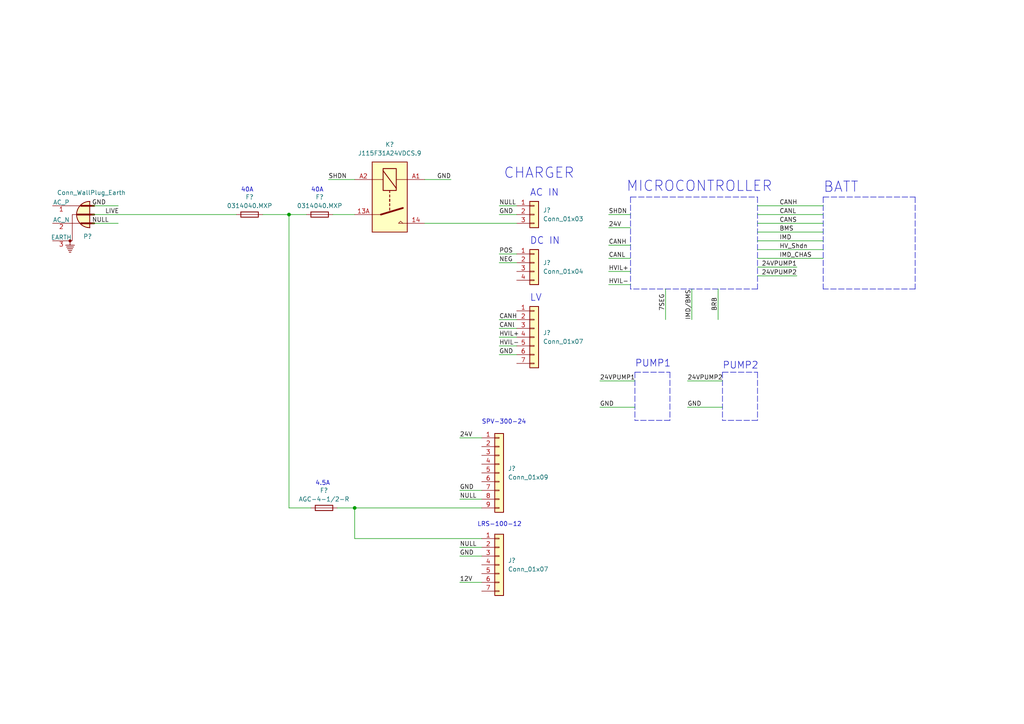
<source format=kicad_sch>
(kicad_sch (version 20211123) (generator eeschema)
  (paper "A4")
  (lib_symbols
    (symbol "Connector:Conn_WallPlug_Earth" (pin_names (offset 0))
      (property "Reference" "P" (at 0 3.81 0))
      (property "Value" "Conn_WallPlug_Earth" (at -5.08 0 90))
      (symbol "Conn_WallPlug_Earth_0_1"
        (arc (start -3.175 -3.81) (mid 0.635 0) (end -3.175 3.81) (stroke (width 0.254)) (fill (type background)))
        (polyline (pts (xy -4.445 -2.54) (xy -0.635 -2.54)) (stroke (width 0.508)))
        (polyline (pts (xy -4.445 0) (xy 0.508 0)) (stroke (width 0.508)))
        (polyline (pts (xy -4.445 2.54) (xy -0.635 2.54)) (stroke (width 0.508)))
        (polyline (pts (xy -3.175 -3.81) (xy -3.175 3.81)) (stroke (width 0.254)))
        (polyline (pts (xy -0.635 -2.54) (xy 2.54 -2.54)))
        (polyline (pts (xy -0.635 2.54) (xy 2.54 2.54)))
        (polyline (pts (xy 1.524 -9.398) (xy 3.556 -9.398)) (stroke (width 0.2032)))
        (polyline (pts (xy 1.778 -9.906) (xy 3.302 -9.906)) (stroke (width 0.2032)))
        (polyline (pts (xy 2.032 -10.414) (xy 3.048 -10.414)) (stroke (width 0.2032)))
        (polyline (pts (xy 2.286 -10.922) (xy 2.794 -10.922)) (stroke (width 0.2032)))
        (polyline (pts (xy 2.54 -7.62) (xy 2.54 -8.89)) (stroke (width 0.2032)))
        (polyline (pts (xy 3.81 -8.89) (xy 1.27 -8.89)) (stroke (width 0.2032)))
        (polyline (pts (xy 2.54 -7.62) (xy 1.905 -7.62) (xy 1.905 0) (xy -4.445 0)))
        (circle (center 2.54 -7.62) (radius 0.3556) (fill (type outline)))
      )
      (symbol "Conn_WallPlug_Earth_1_1"
        (pin power_out line (at 7.62 2.54 180) (length 5.08) (name "AC_P") (number "1"))
        (pin power_out line (at 7.62 -2.54 180) (length 5.08) (name "AC_N") (number "2"))
        (pin passive line (at 7.62 -7.62 180) (length 5.08) (name "EARTH") (number "3"))
      )
    )
    (symbol "Connector_Generic:Conn_01x03" (pin_names (offset 1.016) hide)
      (property "Reference" "J" (at 0 5.08 0))
      (property "Value" "Conn_01x03" (at 0 -5.08 0))
      (symbol "Conn_01x03_1_1"
        (rectangle (start -1.27 -2.413) (end 0 -2.667) (stroke (width 0.1524)))
        (rectangle (start -1.27 0.127) (end 0 -0.127) (stroke (width 0.1524)))
        (rectangle (start -1.27 2.667) (end 0 2.413) (stroke (width 0.1524)))
        (rectangle (start -1.27 3.81) (end 1.27 -3.81) (stroke (width 0.254)) (fill (type background)))
        (pin passive line (at -5.08 2.54 0) (length 3.81) (name "Pin_1") (number "1"))
        (pin passive line (at -5.08 0 0) (length 3.81) (name "Pin_2") (number "2"))
        (pin passive line (at -5.08 -2.54 0) (length 3.81) (name "Pin_3") (number "3"))
      )
    )
    (symbol "Connector_Generic:Conn_01x04" (pin_names (offset 1.016) hide)
      (property "Reference" "J" (at 0 5.08 0))
      (property "Value" "Conn_01x04" (at 0 -7.62 0))
      (symbol "Conn_01x04_1_1"
        (rectangle (start -1.27 -4.953) (end 0 -5.207) (stroke (width 0.1524)))
        (rectangle (start -1.27 -2.413) (end 0 -2.667) (stroke (width 0.1524)))
        (rectangle (start -1.27 0.127) (end 0 -0.127) (stroke (width 0.1524)))
        (rectangle (start -1.27 2.667) (end 0 2.413) (stroke (width 0.1524)))
        (rectangle (start -1.27 3.81) (end 1.27 -6.35) (stroke (width 0.254)) (fill (type background)))
        (pin passive line (at -5.08 2.54 0) (length 3.81) (name "Pin_1") (number "1"))
        (pin passive line (at -5.08 0 0) (length 3.81) (name "Pin_2") (number "2"))
        (pin passive line (at -5.08 -2.54 0) (length 3.81) (name "Pin_3") (number "3"))
        (pin passive line (at -5.08 -5.08 0) (length 3.81) (name "Pin_4") (number "4"))
      )
    )
    (symbol "Connector_Generic:Conn_01x07" (pin_names (offset 1.016) hide)
      (property "Reference" "J" (at 0 10.16 0))
      (property "Value" "Conn_01x07" (at 0 -10.16 0))
      (symbol "Conn_01x07_1_1"
        (rectangle (start -1.27 -7.493) (end 0 -7.747) (stroke (width 0.1524)))
        (rectangle (start -1.27 -4.953) (end 0 -5.207) (stroke (width 0.1524)))
        (rectangle (start -1.27 -2.413) (end 0 -2.667) (stroke (width 0.1524)))
        (rectangle (start -1.27 0.127) (end 0 -0.127) (stroke (width 0.1524)))
        (rectangle (start -1.27 2.667) (end 0 2.413) (stroke (width 0.1524)))
        (rectangle (start -1.27 5.207) (end 0 4.953) (stroke (width 0.1524)))
        (rectangle (start -1.27 7.747) (end 0 7.493) (stroke (width 0.1524)))
        (rectangle (start -1.27 8.89) (end 1.27 -8.89) (stroke (width 0.254)) (fill (type background)))
        (pin passive line (at -5.08 7.62 0) (length 3.81) (name "Pin_1") (number "1"))
        (pin passive line (at -5.08 5.08 0) (length 3.81) (name "Pin_2") (number "2"))
        (pin passive line (at -5.08 2.54 0) (length 3.81) (name "Pin_3") (number "3"))
        (pin passive line (at -5.08 0 0) (length 3.81) (name "Pin_4") (number "4"))
        (pin passive line (at -5.08 -2.54 0) (length 3.81) (name "Pin_5") (number "5"))
        (pin passive line (at -5.08 -5.08 0) (length 3.81) (name "Pin_6") (number "6"))
        (pin passive line (at -5.08 -7.62 0) (length 3.81) (name "Pin_7") (number "7"))
      )
    )
    (symbol "Connector_Generic:Conn_01x09" (pin_names (offset 1.016) hide)
      (property "Reference" "J" (at 0 12.7 0))
      (property "Value" "Conn_01x09" (at 0 -12.7 0))
      (symbol "Conn_01x09_1_1"
        (rectangle (start -1.27 -10.033) (end 0 -10.287) (stroke (width 0.1524)))
        (rectangle (start -1.27 -7.493) (end 0 -7.747) (stroke (width 0.1524)))
        (rectangle (start -1.27 -4.953) (end 0 -5.207) (stroke (width 0.1524)))
        (rectangle (start -1.27 -2.413) (end 0 -2.667) (stroke (width 0.1524)))
        (rectangle (start -1.27 0.127) (end 0 -0.127) (stroke (width 0.1524)))
        (rectangle (start -1.27 2.667) (end 0 2.413) (stroke (width 0.1524)))
        (rectangle (start -1.27 5.207) (end 0 4.953) (stroke (width 0.1524)))
        (rectangle (start -1.27 7.747) (end 0 7.493) (stroke (width 0.1524)))
        (rectangle (start -1.27 10.287) (end 0 10.033) (stroke (width 0.1524)))
        (rectangle (start -1.27 11.43) (end 1.27 -11.43) (stroke (width 0.254)) (fill (type background)))
        (pin passive line (at -5.08 10.16 0) (length 3.81) (name "Pin_1") (number "1"))
        (pin passive line (at -5.08 7.62 0) (length 3.81) (name "Pin_2") (number "2"))
        (pin passive line (at -5.08 5.08 0) (length 3.81) (name "Pin_3") (number "3"))
        (pin passive line (at -5.08 2.54 0) (length 3.81) (name "Pin_4") (number "4"))
        (pin passive line (at -5.08 0 0) (length 3.81) (name "Pin_5") (number "5"))
        (pin passive line (at -5.08 -2.54 0) (length 3.81) (name "Pin_6") (number "6"))
        (pin passive line (at -5.08 -5.08 0) (length 3.81) (name "Pin_7") (number "7"))
        (pin passive line (at -5.08 -7.62 0) (length 3.81) (name "Pin_8") (number "8"))
        (pin passive line (at -5.08 -10.16 0) (length 3.81) (name "Pin_9") (number "9"))
      )
    )
    (symbol "Device:Fuse" (pin_numbers hide) (pin_names (offset 0))
      (property "Reference" "F" (at 2.032 0 90))
      (property "Value" "Fuse" (at -1.905 0 90))
      (symbol "Fuse_0_1"
        (rectangle (start -0.762 -2.54) (end 0.762 2.54) (stroke (width 0.254)))
        (polyline (pts (xy 0 2.54) (xy 0 -2.54)))
      )
      (symbol "Fuse_1_1"
        (pin passive line (at 0 3.81 270) (length 1.27) (name "~") (number "1"))
        (pin passive line (at 0 -3.81 90) (length 1.27) (name "~") (number "2"))
      )
    )
    (symbol "Relay:RAYEX-L90A"
      (property "Reference" "K" (at 11.43 3.81 0))
      (property "Value" "RAYEX-L90A" (at 11.43 1.27 0))
      (symbol "RAYEX-L90A_1_0"
        (polyline (pts (xy 7.62 3.81) (xy 7.62 5.08)))
        (polyline (pts (xy 7.62 3.81) (xy 7.62 2.54) (xy 6.985 3.175) (xy 7.62 3.81)))
      )
      (symbol "RAYEX-L90A_1_1"
        (rectangle (start -10.16 5.08) (end 10.16 -5.08) (stroke (width 0.254)) (fill (type background)))
        (rectangle (start -8.255 1.905) (end -1.905 -1.905) (stroke (width 0.254)))
        (polyline (pts (xy -7.62 -1.905) (xy -2.54 1.905)) (stroke (width 0.254)))
        (polyline (pts (xy -5.08 -5.08) (xy -5.08 -1.905)))
        (polyline (pts (xy -5.08 5.08) (xy -5.08 1.905)))
        (polyline (pts (xy -1.905 0) (xy -1.27 0)) (stroke (width 0.254)))
        (polyline (pts (xy -0.635 0) (xy 0 0)) (stroke (width 0.254)))
        (polyline (pts (xy 0.635 0) (xy 1.27 0)) (stroke (width 0.254)))
        (polyline (pts (xy 0.635 0) (xy 1.27 0)) (stroke (width 0.254)))
        (polyline (pts (xy 1.905 0) (xy 2.54 0)) (stroke (width 0.254)))
        (polyline (pts (xy 3.175 0) (xy 3.81 0)) (stroke (width 0.254)))
        (polyline (pts (xy 5.08 -2.54) (xy 3.175 3.81)) (stroke (width 0.508)))
        (polyline (pts (xy 5.08 -2.54) (xy 5.08 -5.08)))
        (pin passive line (at 5.08 -10.16 90) (length 5.08) (name "~") (number "13A"))
        (pin passive line (at 5.08 -10.16 90) (length 5.08) hide (name "~") (number "13B"))
        (pin passive line (at 7.62 10.16 270) (length 5.08) (name "~") (number "14"))
        (pin passive line (at -5.08 10.16 270) (length 5.08) (name "~") (number "A1"))
        (pin passive line (at -5.08 -10.16 90) (length 5.08) (name "~") (number "A2"))
      )
    )
  )
  (junction (at 102.87 147.32))
  (junction (at 83.82 62.23))
  (wire (pts (xy 199.39 110.49) (xy 209.55 110.49)))
  (wire (pts (xy 123.19 52.07) (xy 130.81 52.07)))
  (wire (pts (xy 219.71 72.39) (xy 238.76 72.39)))
  (wire (pts (xy 144.78 73.66) (xy 149.86 73.66)))
  (wire (pts (xy 133.35 142.24) (xy 139.7 142.24)))
  (wire (pts (xy 200.66 83.82) (xy 200.66 92.71)))
  (wire (pts (xy 144.78 59.69) (xy 149.86 59.69)))
  (wire (pts (xy 176.53 71.12) (xy 182.88 71.12)))
  (polyline (pts (xy 219.71 83.82) (xy 182.88 83.82)))
  (polyline (pts (xy 209.55 107.95) (xy 209.55 121.92)))
  (wire (pts (xy 219.71 74.93) (xy 238.76 74.93)))
  (wire (pts (xy 123.19 64.77) (xy 149.86 64.77)))
  (wire (pts (xy 133.35 168.91) (xy 139.7 168.91)))
  (wire (pts (xy 219.71 59.69) (xy 238.76 59.69)))
  (wire (pts (xy 95.25 52.07) (xy 102.87 52.07)))
  (wire (pts (xy 133.35 158.75) (xy 139.7 158.75)))
  (wire (pts (xy 219.71 64.77) (xy 238.76 64.77)))
  (polyline (pts (xy 184.15 107.95) (xy 184.15 121.92)))
  (polyline (pts (xy 184.15 107.95) (xy 194.31 107.95)))
  (wire (pts (xy 173.99 110.49) (xy 184.15 110.49)))
  (wire (pts (xy 96.52 62.23) (xy 102.87 62.23)))
  (wire (pts (xy 219.71 77.47) (xy 231.14 77.47)))
  (polyline (pts (xy 209.55 107.95) (xy 219.71 107.95)))
  (polyline (pts (xy 182.88 57.15) (xy 219.71 57.15)))
  (polyline (pts (xy 238.76 57.15) (xy 265.43 57.15)))
  (wire (pts (xy 219.71 80.01) (xy 231.14 80.01)))
  (wire (pts (xy 219.71 69.85) (xy 238.76 69.85)))
  (polyline (pts (xy 219.71 107.95) (xy 219.71 121.92)))
  (wire (pts (xy 26.67 64.77) (xy 34.29 64.77)))
  (wire (pts (xy 97.79 147.32) (xy 102.87 147.32)))
  (wire (pts (xy 76.2 62.23) (xy 83.82 62.23)))
  (polyline (pts (xy 265.43 83.82) (xy 238.76 83.82)))
  (wire (pts (xy 176.53 62.23) (xy 182.88 62.23)))
  (wire (pts (xy 102.87 147.32) (xy 139.7 147.32)))
  (wire (pts (xy 176.53 78.74) (xy 182.88 78.74)))
  (wire (pts (xy 193.04 83.82) (xy 193.04 92.71)))
  (polyline (pts (xy 219.71 57.15) (xy 219.71 83.82)))
  (wire (pts (xy 144.78 97.79) (xy 149.86 97.79)))
  (wire (pts (xy 219.71 67.31) (xy 238.76 67.31)))
  (wire (pts (xy 144.78 62.23) (xy 149.86 62.23)))
  (polyline (pts (xy 219.71 121.92) (xy 209.55 121.92)))
  (wire (pts (xy 173.99 118.11) (xy 184.15 118.11)))
  (wire (pts (xy 133.35 127) (xy 139.7 127)))
  (polyline (pts (xy 265.43 57.15) (xy 265.43 83.82)))
  (wire (pts (xy 83.82 62.23) (xy 83.82 147.32)))
  (polyline (pts (xy 238.76 57.15) (xy 238.76 83.82)))
  (wire (pts (xy 176.53 82.55) (xy 182.88 82.55)))
  (wire (pts (xy 144.78 102.87) (xy 149.86 102.87)))
  (wire (pts (xy 144.78 92.71) (xy 149.86 92.71)))
  (wire (pts (xy 83.82 147.32) (xy 90.17 147.32)))
  (wire (pts (xy 208.28 83.82) (xy 208.28 92.71)))
  (wire (pts (xy 102.87 156.21) (xy 139.7 156.21)))
  (wire (pts (xy 144.78 76.2) (xy 149.86 76.2)))
  (wire (pts (xy 83.82 62.23) (xy 88.9 62.23)))
  (wire (pts (xy 133.35 161.29) (xy 139.7 161.29)))
  (wire (pts (xy 144.78 95.25) (xy 149.86 95.25)))
  (polyline (pts (xy 194.31 107.95) (xy 194.31 121.92)))
  (wire (pts (xy 144.78 100.33) (xy 149.86 100.33)))
  (polyline (pts (xy 194.31 121.92) (xy 184.15 121.92)))
  (polyline (pts (xy 182.88 57.15) (xy 182.88 83.82)))
  (wire (pts (xy 102.87 147.32) (xy 102.87 156.21)))
  (wire (pts (xy 26.67 59.69) (xy 34.29 59.69)))
  (wire (pts (xy 133.35 144.78) (xy 139.7 144.78)))
  (wire (pts (xy 26.67 62.23) (xy 68.58 62.23)))
  (wire (pts (xy 219.71 62.23) (xy 238.76 62.23)))
  (wire (pts (xy 176.53 66.04) (xy 182.88 66.04)))
  (wire (pts (xy 176.53 74.93) (xy 182.88 74.93)))
  (wire (pts (xy 199.39 118.11) (xy 209.55 118.11)))
  (text "DC IN\n" (at 153.67 71.12 0) (effects (font (size 2 2)) (justify left bottom)))
  (text "40A\n" (at 90.17 55.88 0) (effects (font (size 1.27 1.27)) (justify left bottom)))
  (text "AC IN\n" (at 153.67 57.15 0) (effects (font (size 2 2)) (justify left bottom)))
  (text "MICROCONTROLLER\n" (at 181.61 55.88 0) (effects (font (size 3 3)) (justify left bottom)))
  (text "BATT\n\n" (at 238.76 60.96 0) (effects (font (size 3 3)) (justify left bottom)))
  (text "40A\n" (at 69.85 55.88 0) (effects (font (size 1.27 1.27)) (justify left bottom)))
  (text "SPV-300-24\n" (at 139.7 123.19 0) (effects (font (size 1.27 1.27)) (justify left bottom)))
  (text "LV\n" (at 153.67 87.63 0) (effects (font (size 2 2)) (justify left bottom)))
  (text "PUMP2\n\n" (at 209.55 110.49 0) (effects (font (size 2 2)) (justify left bottom)))
  (text "CHARGER\n" (at 146.05 52.07 0) (effects (font (size 3 3)) (justify left bottom)))
  (text "LRS-100-12\n\n" (at 138.43 154.94 0) (effects (font (size 1.27 1.27)) (justify left bottom)))
  (text "4.5A\n" (at 91.44 140.97 0) (effects (font (size 1.27 1.27)) (justify left bottom)))
  (text "PUMP1\n" (at 184.15 106.68 0) (effects (font (size 2 2)) (justify left bottom)))
  (label "24VPUMP1" (at 173.99 110.49 0))
  (label "NULL" (at 26.67 64.77 0))
  (label "BRB" (at 208.28 90.17 90))
  (label "NULL" (at 133.35 144.78 0))
  (label "POS" (at 144.78 73.66 0))
  (label "CANH" (at 226.06 59.69 0))
  (label "HVIL-" (at 144.78 100.33 0))
  (label "HVIL-" (at 176.53 82.55 0))
  (label "BMS" (at 226.06 67.31 0))
  (label "GND" (at 173.99 118.11 0))
  (label "GND" (at 130.81 52.07 180))
  (label "GND" (at 133.35 161.29 0))
  (label "IMD" (at 226.06 69.85 0))
  (label "IMD_CHAS" (at 226.06 74.93 0))
  (label "7SEG" (at 193.04 90.17 90))
  (label "24V" (at 133.35 127 0))
  (label "GND" (at 26.67 59.69 0))
  (label "CANH" (at 176.53 71.12 0))
  (label "HVIL+" (at 176.53 78.74 0))
  (label "CANL" (at 176.53 74.93 0))
  (label "24VPUMP2" (at 231.14 80.01 180))
  (label "NULL" (at 133.35 158.75 0))
  (label "CANS" (at 226.06 64.77 0))
  (label "GND" (at 144.78 62.23 0))
  (label "24V" (at 176.53 66.04 0))
  (label "CANl" (at 144.78 95.25 0))
  (label "12V" (at 133.35 168.91 0))
  (label "LIVE" (at 30.48 62.23 0))
  (label "CANH" (at 144.78 92.71 0))
  (label "CANL" (at 226.06 62.23 0))
  (label "24VPUMP1" (at 231.14 77.47 180))
  (label "GND" (at 133.35 142.24 0))
  (label "SHDN" (at 176.53 62.23 0))
  (label "HVIL+" (at 144.78 97.79 0))
  (label "GND" (at 144.78 102.87 0))
  (label "NEG" (at 144.78 76.2 0))
  (label "SHDN" (at 95.25 52.07 0))
  (label "GND" (at 199.39 118.11 0))
  (label "24VPUMP2" (at 199.39 110.49 0))
  (label "HV_Shdn" (at 226.06 72.39 0))
  (label "IMD{slash}BMS" (at 200.66 92.71 90))
  (label "NULL" (at 144.78 59.69 0))
  (symbol (lib_id "Connector_Generic:Conn_01x07") (at 154.94 97.79 0) (unit 1)
    (property "Reference" "J?" (at 157.48 96.5199 0) (effects (justify left)))
    (property "Value" "Conn_01x07" (at 157.48 99.0599 0) (effects (justify left)))
  )
  (symbol (lib_id "Connector_Generic:Conn_01x04") (at 154.94 76.2 0) (unit 1)
    (property "Reference" "J?" (at 157.48 76.1999 0) (effects (justify left)))
    (property "Value" "Conn_01x04" (at 157.48 78.7399 0) (effects (justify left)))
  )
  (symbol (lib_id "Connector_Generic:Conn_01x09") (at 144.78 137.16 0) (unit 1)
    (property "Reference" "J?" (at 147.32 135.8899 0) (effects (justify left)))
    (property "Value" "Conn_01x09" (at 147.32 138.4299 0) (effects (justify left)))
  )
  (symbol (lib_id "Device:Fuse") (at 93.98 147.32 90) (unit 1)
    (property "Reference" "F?" (at 93.98 142.24 90))
    (property "Value" "AGC-4-1/2-R" (at 93.98 144.78 90))
  )
  (symbol (lib_id "Connector_Generic:Conn_01x03") (at 154.94 62.23 0) (unit 1)
    (property "Reference" "J?" (at 157.48 60.9599 0) (effects (justify left)))
    (property "Value" "Conn_01x03" (at 157.48 63.4999 0) (effects (justify left)))
  )
  (symbol (lib_id "Relay:RAYEX-L90A") (at 113.03 57.15 270) (unit 1)
    (property "Reference" "K?" (at 113.03 41.91 90))
    (property "Value" "J115F31A24VDCS.9" (at 113.03 44.45 90))
    (property "Footprint" "Relay_THT:Relay_SPST_RAYEX-L90A" (effects hide))
    (property "Datasheet" "https://a3.sofastcdn.com/attachment/7jioKBjnRiiSrjrjknRiwS77gwbf3zmp/L90-SERIES.pdf" (effects hide))
  )
  (symbol (lib_id "Device:Fuse") (at 92.71 62.23 90) (unit 1)
    (property "Reference" "F?" (at 92.71 57.15 90))
    (property "Value" "0314040.MXP" (at 92.71 59.69 90))
  )
  (symbol (lib_id "Connector:Conn_WallPlug_Earth") (at 22.86 62.23 0) (mirror y) (unit 1)
    (property "Reference" "P?" (at 24.13 68.58 0) (effects (justify right)))
    (property "Value" "Conn_WallPlug_Earth" (at 16.51 55.88 0) (effects (justify right)))
  )
  (symbol (lib_id "Connector_Generic:Conn_01x07") (at 144.78 163.83 0) (unit 1)
    (property "Reference" "J?" (at 147.32 162.5599 0) (effects (justify left)))
    (property "Value" "Conn_01x07" (at 147.32 165.0999 0) (effects (justify left)))
  )
  (symbol (lib_id "Device:Fuse") (at 72.39 62.23 90) (unit 1)
    (property "Reference" "F?" (at 72.39 57.15 90))
    (property "Value" "0314040.MXP" (at 72.39 59.69 90))
  )
)
</source>
